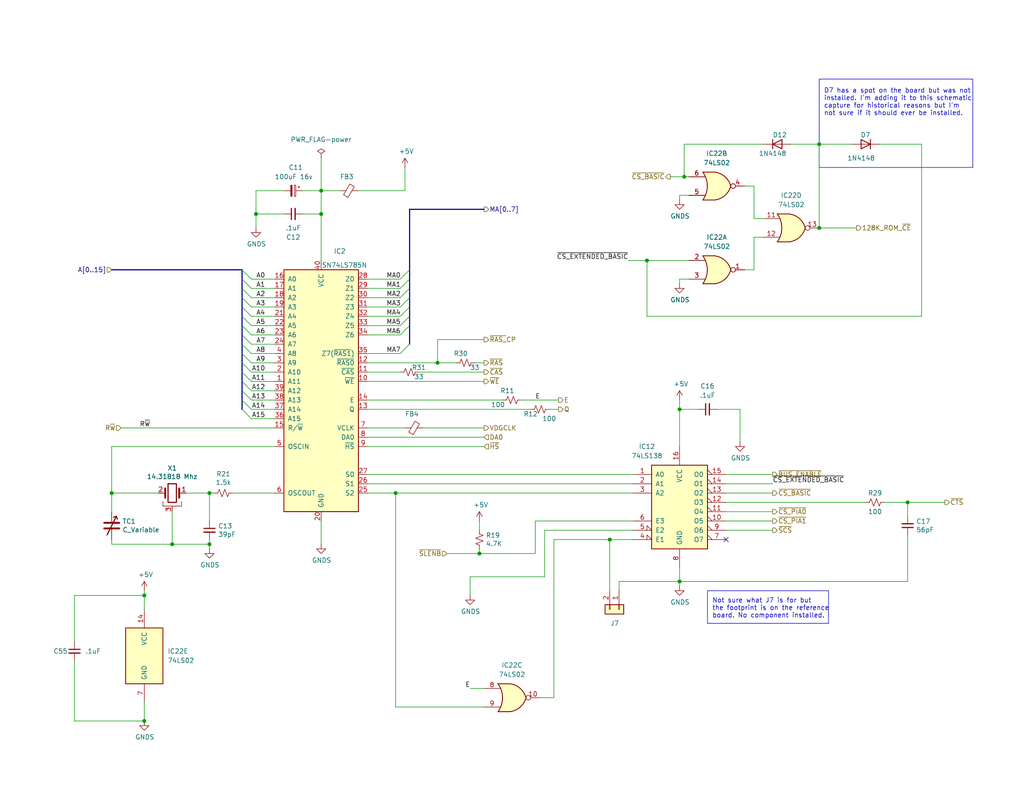
<source format=kicad_sch>
(kicad_sch (version 20230121) (generator eeschema)
  (paper "A")
  (title_block (title "TRS-80 Color Computer 2 (26-3134B & 26-3136B)") (date "2022-10-07") (rev "1.0.0") (company "Tandy Corporation") (comment 1 "Board # 20261058") (comment 3 "Reference board donated by MrDave6309") (comment 4 "Kicad schematic capture by Rocky Hill"))
  (lib_symbols
    (symbol "74xx:74LS02" (pin_names (offset 1.016))
      (property "Reference" "U" (at 0 1.27 0))
      (property "Value" "74LS02" (at 0 -1.27 0))
      (symbol "74LS02_1_1"
        (arc (start -3.81 -3.81) (mid -2.589 0) (end -3.81 3.81) (stroke (width 0.254)))
        (arc (start -0.6096 -3.81) (mid 2.1842 -2.5851) (end 3.81 0) (stroke (width 0.254)) (fill (type background)))
        (polyline (pts (xy -3.81 -3.81) (xy -0.635 -3.81)) (stroke (width 0.254)) (fill (type background)))
        (polyline (pts (xy -3.81 3.81) (xy -0.635 3.81)) (stroke (width 0.254)) (fill (type background)))
        (polyline (pts (xy -0.635 3.81) (xy -3.81 3.81) (xy -3.81 3.81) (xy -3.556 3.4036) (xy -3.0226 2.2606) (xy -2.6924 1.0414) (xy -2.6162 -0.254) (xy -2.7686 -1.4986) (xy -3.175 -2.7178) (xy -3.81 -3.81) (xy -3.81 -3.81) (xy -0.635 -3.81)) (stroke (width -25.4)) (fill (type background)))
        (arc (start 3.81 0) (mid 2.1915 2.5936) (end -0.6096 3.81) (stroke (width 0.254)) (fill (type background)))
        (pin output inverted (at 7.62 0 180) (length 3.81) (name "~") (number "1"))
        (pin input line (at -7.62 2.54 0) (length 4.318) (name "~") (number "2"))
        (pin input line (at -7.62 -2.54 0) (length 4.318) (name "~") (number "3"))
      )
      (symbol "74LS02_1_2"
        (arc (start 0 -3.81) (mid 3.7934 0) (end 0 3.81) (stroke (width 0.254)) (fill (type background)))
        (polyline (pts (xy 0 3.81) (xy -3.81 3.81) (xy -3.81 -3.81) (xy 0 -3.81)) (stroke (width 0.254)) (fill (type background)))
        (pin output line (at 7.62 0 180) (length 3.81) (name "~") (number "1"))
        (pin input inverted (at -7.62 2.54 0) (length 3.81) (name "~") (number "2"))
        (pin input inverted (at -7.62 -2.54 0) (length 3.81) (name "~") (number "3"))
      )
      (symbol "74LS02_2_1"
        (arc (start -3.81 -3.81) (mid -2.589 0) (end -3.81 3.81) (stroke (width 0.254)))
        (arc (start -0.6096 -3.81) (mid 2.1842 -2.5851) (end 3.81 0) (stroke (width 0.254)) (fill (type background)))
        (polyline (pts (xy -3.81 -3.81) (xy -0.635 -3.81)) (stroke (width 0.254)) (fill (type background)))
        (polyline (pts (xy -3.81 3.81) (xy -0.635 3.81)) (stroke (width 0.254)) (fill (type background)))
        (polyline (pts (xy -0.635 3.81) (xy -3.81 3.81) (xy -3.81 3.81) (xy -3.556 3.4036) (xy -3.0226 2.2606) (xy -2.6924 1.0414) (xy -2.6162 -0.254) (xy -2.7686 -1.4986) (xy -3.175 -2.7178) (xy -3.81 -3.81) (xy -3.81 -3.81) (xy -0.635 -3.81)) (stroke (width -25.4)) (fill (type background)))
        (arc (start 3.81 0) (mid 2.1915 2.5936) (end -0.6096 3.81) (stroke (width 0.254)) (fill (type background)))
        (pin output inverted (at 7.62 0 180) (length 3.81) (name "~") (number "4"))
        (pin input line (at -7.62 2.54 0) (length 4.318) (name "~") (number "5"))
        (pin input line (at -7.62 -2.54 0) (length 4.318) (name "~") (number "6"))
      )
      (symbol "74LS02_2_2"
        (arc (start 0 -3.81) (mid 3.7934 0) (end 0 3.81) (stroke (width 0.254)) (fill (type background)))
        (polyline (pts (xy 0 3.81) (xy -3.81 3.81) (xy -3.81 -3.81) (xy 0 -3.81)) (stroke (width 0.254)) (fill (type background)))
        (pin output line (at 7.62 0 180) (length 3.81) (name "~") (number "4"))
        (pin input inverted (at -7.62 2.54 0) (length 3.81) (name "~") (number "5"))
        (pin input inverted (at -7.62 -2.54 0) (length 3.81) (name "~") (number "6"))
      )
      (symbol "74LS02_3_1"
        (arc (start -3.81 -3.81) (mid -2.589 0) (end -3.81 3.81) (stroke (width 0.254)))
        (arc (start -0.6096 -3.81) (mid 2.1842 -2.5851) (end 3.81 0) (stroke (width 0.254)) (fill (type background)))
        (polyline (pts (xy -3.81 -3.81) (xy -0.635 -3.81)) (stroke (width 0.254)) (fill (type background)))
        (polyline (pts (xy -3.81 3.81) (xy -0.635 3.81)) (stroke (width 0.254)) (fill (type background)))
        (polyline (pts (xy -0.635 3.81) (xy -3.81 3.81) (xy -3.81 3.81) (xy -3.556 3.4036) (xy -3.0226 2.2606) (xy -2.6924 1.0414) (xy -2.6162 -0.254) (xy -2.7686 -1.4986) (xy -3.175 -2.7178) (xy -3.81 -3.81) (xy -3.81 -3.81) (xy -0.635 -3.81)) (stroke (width -25.4)) (fill (type background)))
        (arc (start 3.81 0) (mid 2.1915 2.5936) (end -0.6096 3.81) (stroke (width 0.254)) (fill (type background)))
        (pin output inverted (at 7.62 0 180) (length 3.81) (name "~") (number "10"))
        (pin input line (at -7.62 2.54 0) (length 4.318) (name "~") (number "8"))
        (pin input line (at -7.62 -2.54 0) (length 4.318) (name "~") (number "9"))
      )
      (symbol "74LS02_3_2"
        (arc (start 0 -3.81) (mid 3.7934 0) (end 0 3.81) (stroke (width 0.254)) (fill (type background)))
        (polyline (pts (xy 0 3.81) (xy -3.81 3.81) (xy -3.81 -3.81) (xy 0 -3.81)) (stroke (width 0.254)) (fill (type background)))
        (pin output line (at 7.62 0 180) (length 3.81) (name "~") (number "10"))
        (pin input inverted (at -7.62 2.54 0) (length 3.81) (name "~") (number "8"))
        (pin input inverted (at -7.62 -2.54 0) (length 3.81) (name "~") (number "9"))
      )
      (symbol "74LS02_4_1"
        (arc (start -3.81 -3.81) (mid -2.589 0) (end -3.81 3.81) (stroke (width 0.254)))
        (arc (start -0.6096 -3.81) (mid 2.1842 -2.5851) (end 3.81 0) (stroke (width 0.254)) (fill (type background)))
        (polyline (pts (xy -3.81 -3.81) (xy -0.635 -3.81)) (stroke (width 0.254)) (fill (type background)))
        (polyline (pts (xy -3.81 3.81) (xy -0.635 3.81)) (stroke (width 0.254)) (fill (type background)))
        (polyline (pts (xy -0.635 3.81) (xy -3.81 3.81) (xy -3.81 3.81) (xy -3.556 3.4036) (xy -3.0226 2.2606) (xy -2.6924 1.0414) (xy -2.6162 -0.254) (xy -2.7686 -1.4986) (xy -3.175 -2.7178) (xy -3.81 -3.81) (xy -3.81 -3.81) (xy -0.635 -3.81)) (stroke (width -25.4)) (fill (type background)))
        (arc (start 3.81 0) (mid 2.1915 2.5936) (end -0.6096 3.81) (stroke (width 0.254)) (fill (type background)))
        (pin input line (at -7.62 2.54 0) (length 4.318) (name "~") (number "11"))
        (pin input line (at -7.62 -2.54 0) (length 4.318) (name "~") (number "12"))
        (pin output inverted (at 7.62 0 180) (length 3.81) (name "~") (number "13"))
      )
      (symbol "74LS02_4_2"
        (arc (start 0 -3.81) (mid 3.7934 0) (end 0 3.81) (stroke (width 0.254)) (fill (type background)))
        (polyline (pts (xy 0 3.81) (xy -3.81 3.81) (xy -3.81 -3.81) (xy 0 -3.81)) (stroke (width 0.254)) (fill (type background)))
        (pin input inverted (at -7.62 2.54 0) (length 3.81) (name "~") (number "11"))
        (pin input inverted (at -7.62 -2.54 0) (length 3.81) (name "~") (number "12"))
        (pin output line (at 7.62 0 180) (length 3.81) (name "~") (number "13"))
      )
      (symbol "74LS02_5_0"
        (pin power_in line (at 0 12.7 270) (length 5.08) (name "VCC") (number "14"))
        (pin power_in line (at 0 -12.7 90) (length 5.08) (name "GND") (number "7"))
      )
      (symbol "74LS02_5_1"
        (rectangle (start -5.08 7.62) (end 5.08 -7.62) (stroke (width 0.254)) (fill (type background)))
      )
    )
    (symbol "Connector_Generic:Conn_01x02" (pin_names (offset 1.016) hide)
      (property "Reference" "J" (at 0 2.54 0))
      (property "Value" "Conn_01x02" (at 0 -5.08 0))
      (symbol "Conn_01x02_1_1"
        (rectangle (start -1.27 -2.413) (end 0 -2.667) (stroke (width 0.1524)))
        (rectangle (start -1.27 0.127) (end 0 -0.127) (stroke (width 0.1524)))
        (rectangle (start -1.27 1.27) (end 1.27 -3.81) (stroke (width 0.254)) (fill (type background)))
        (pin passive line (at -5.08 0 0) (length 3.81) (name "Pin_1") (number "1"))
        (pin passive line (at -5.08 -2.54 0) (length 3.81) (name "Pin_2") (number "2"))
      )
    )
    (symbol "Memory_Controller_Motorola:MC6883" (pin_names (offset 1.016))
      (property "Reference" "U" (at -7.62 34.544 0))
      (property "Value" "MC6883" (at 10.16 34.544 0))
      (symbol "MC6883_0_1"
        (rectangle (start -10.16 -33.02) (end 10.16 33.02) (stroke (width 0.254)) (fill (type background)))
      )
      (symbol "MC6883_1_1"
        (pin input line (at -12.7 2.54 0) (length 2.54) (name "A11") (number "1"))
        (pin output line (at 12.7 2.54 180) (length 2.54) (name "~{WE}") (number "10"))
        (pin output line (at 12.7 5.08 180) (length 2.54) (name "~{CAS}") (number "11"))
        (pin output line (at 12.7 7.62 180) (length 2.54) (name "~{RAS0}") (number "12"))
        (pin output line (at 12.7 -5.08 180) (length 2.54) (name "Q") (number "13"))
        (pin output line (at 12.7 -2.54 180) (length 2.54) (name "E") (number "14"))
        (pin input line (at -12.7 -10.16 0) (length 2.54) (name "R/~{W}") (number "15"))
        (pin input line (at -12.7 30.48 0) (length 2.54) (name "A0") (number "16"))
        (pin input line (at -12.7 27.94 0) (length 2.54) (name "A1") (number "17"))
        (pin input line (at -12.7 25.4 0) (length 2.54) (name "A2") (number "18"))
        (pin input line (at -12.7 22.86 0) (length 2.54) (name "A3") (number "19"))
        (pin input line (at -12.7 5.08 0) (length 2.54) (name "A10") (number "2"))
        (pin power_in line (at 0 -35.56 90) (length 2.54) (name "GND") (number "20"))
        (pin input line (at -12.7 20.32 0) (length 2.54) (name "A4") (number "21"))
        (pin input line (at -12.7 17.78 0) (length 2.54) (name "A5") (number "22"))
        (pin input line (at -12.7 15.24 0) (length 2.54) (name "A6") (number "23"))
        (pin input line (at -12.7 12.7 0) (length 2.54) (name "A7") (number "24"))
        (pin output line (at 12.7 -27.94 180) (length 2.54) (name "S2") (number "25"))
        (pin output line (at 12.7 -25.4 180) (length 2.54) (name "S1") (number "26"))
        (pin output line (at 12.7 -22.86 180) (length 2.54) (name "S0") (number "27"))
        (pin output line (at 12.7 30.48 180) (length 2.54) (name "Z0") (number "28"))
        (pin output line (at 12.7 27.94 180) (length 2.54) (name "Z1") (number "29"))
        (pin input line (at -12.7 7.62 0) (length 2.54) (name "A9") (number "3"))
        (pin output line (at 12.7 25.4 180) (length 2.54) (name "Z2") (number "30"))
        (pin output line (at 12.7 22.86 180) (length 2.54) (name "Z3") (number "31"))
        (pin output line (at 12.7 20.32 180) (length 2.54) (name "Z4") (number "32"))
        (pin output line (at 12.7 17.78 180) (length 2.54) (name "Z5") (number "33"))
        (pin output line (at 12.7 15.24 180) (length 2.54) (name "Z6") (number "34"))
        (pin output line (at 12.7 10.16 180) (length 2.54) (name "Z7(~{RAS1})") (number "35"))
        (pin input line (at -12.7 -7.62 0) (length 2.54) (name "A15") (number "36"))
        (pin input line (at -12.7 -5.08 0) (length 2.54) (name "A14") (number "37"))
        (pin input line (at -12.7 -2.54 0) (length 2.54) (name "A13") (number "38"))
        (pin input line (at -12.7 0 0) (length 2.54) (name "A12") (number "39"))
        (pin input line (at -12.7 10.16 0) (length 2.54) (name "A8") (number "4"))
        (pin power_in line (at 0 35.56 270) (length 2.54) (name "VCC") (number "40"))
        (pin input line (at -12.7 -15.24 0) (length 2.54) (name "OSCIN") (number "5"))
        (pin output line (at -12.7 -27.94 0) (length 2.54) (name "OSCOUT") (number "6"))
        (pin input line (at 12.7 -10.16 180) (length 2.54) (name "VCLK") (number "7"))
        (pin input line (at 12.7 -12.7 180) (length 2.54) (name "DA0") (number "8"))
        (pin input line (at 12.7 -15.24 180) (length 2.54) (name "~{HS}") (number "9"))
      )
    )
    (symbol "coco2-rescue:+5V-power" (power) (pin_names (offset 0))
      (property "Value" "+5V-power" (at 0 3.556 0))
      (symbol "+5V-power_0_1"
        (polyline (pts (xy -0.762 1.27) (xy 0 2.54)))
        (polyline (pts (xy 0 0) (xy 0 2.54)))
        (polyline (pts (xy 0 2.54) (xy 0.762 1.27)))
      )
      (symbol "+5V-power_1_1"
        (pin power_in line (at 0 0 90) (length 0) hide (name "+5V") (number "1"))
      )
    )
    (symbol "coco2-rescue:1N4148-Diode" (pin_numbers hide) (pin_names (offset 1.016) hide)
      (property "Reference" "D" (at 0 2.54 0))
      (property "Value" "1N4148-Diode" (at 0 -2.54 0))
      (symbol "1N4148-Diode_0_1"
        (polyline (pts (xy -1.27 1.27) (xy -1.27 -1.27)) (stroke (width 0.254)))
        (polyline (pts (xy 1.27 0) (xy -1.27 0)))
        (polyline (pts (xy 1.27 1.27) (xy 1.27 -1.27) (xy -1.27 0) (xy 1.27 1.27)) (stroke (width 0.254)))
      )
      (symbol "1N4148-Diode_1_1"
        (pin passive line (at -3.81 0 0) (length 2.54) (name "K") (number "1"))
        (pin passive line (at 3.81 0 180) (length 2.54) (name "A") (number "2"))
      )
    )
    (symbol "coco2-rescue:74LS138-74xx" (pin_names (offset 1.016))
      (property "Reference" "U" (at -7.62 11.43 0))
      (property "Value" "74LS138-74xx" (at -7.62 -13.97 0))
      (symbol "74LS138-74xx_1_0"
        (pin input line (at -12.7 7.62 0) (length 5.08) (name "A0") (number "1"))
        (pin output output_low (at 12.7 -5.08 180) (length 5.08) (name "O5") (number "10"))
        (pin output output_low (at 12.7 -2.54 180) (length 5.08) (name "O4") (number "11"))
        (pin output output_low (at 12.7 0 180) (length 5.08) (name "O3") (number "12"))
        (pin output output_low (at 12.7 2.54 180) (length 5.08) (name "O2") (number "13"))
        (pin output output_low (at 12.7 5.08 180) (length 5.08) (name "O1") (number "14"))
        (pin output output_low (at 12.7 7.62 180) (length 5.08) (name "O0") (number "15"))
        (pin power_in line (at 0 15.24 270) (length 5.08) (name "VCC") (number "16"))
        (pin input line (at -12.7 5.08 0) (length 5.08) (name "A1") (number "2"))
        (pin input line (at -12.7 2.54 0) (length 5.08) (name "A2") (number "3"))
        (pin input input_low (at -12.7 -10.16 0) (length 5.08) (name "E1") (number "4"))
        (pin input input_low (at -12.7 -7.62 0) (length 5.08) (name "E2") (number "5"))
        (pin input line (at -12.7 -5.08 0) (length 5.08) (name "E3") (number "6"))
        (pin output output_low (at 12.7 -10.16 180) (length 5.08) (name "O7") (number "7"))
        (pin power_in line (at 0 -17.78 90) (length 5.08) (name "GND") (number "8"))
        (pin output output_low (at 12.7 -7.62 180) (length 5.08) (name "O6") (number "9"))
      )
      (symbol "74LS138-74xx_1_1"
        (rectangle (start -7.62 10.16) (end 7.62 -12.7) (stroke (width 0.254)) (fill (type background)))
      )
    )
    (symbol "coco2-rescue:CP_Small-Device" (pin_numbers hide) (pin_names (offset 0.254) hide)
      (property "Reference" "C" (at 0.254 1.778 0))
      (property "Value" "CP_Small-Device" (at 0.254 -2.032 0))
      (symbol "CP_Small-Device_0_1"
        (rectangle (start -1.524 -0.3048) (end 1.524 -0.6858) (fill (type outline)))
        (rectangle (start -1.524 0.6858) (end 1.524 0.3048))
        (polyline (pts (xy -1.27 1.524) (xy -0.762 1.524)))
        (polyline (pts (xy -1.016 1.27) (xy -1.016 1.778)))
      )
      (symbol "CP_Small-Device_1_1"
        (pin passive line (at 0 2.54 270) (length 1.8542) (name "~") (number "1"))
        (pin passive line (at 0 -2.54 90) (length 1.8542) (name "~") (number "2"))
      )
    )
    (symbol "coco2-rescue:C_Small-Device" (pin_numbers hide) (pin_names (offset 0.254) hide)
      (property "Reference" "C" (at 0.254 1.778 0))
      (property "Value" "C_Small-Device" (at 0.254 -2.032 0))
      (symbol "C_Small-Device_0_1"
        (polyline (pts (xy -1.524 -0.508) (xy 1.524 -0.508)) (stroke (width 0.3302)))
        (polyline (pts (xy -1.524 0.508) (xy 1.524 0.508)) (stroke (width 0.3048)))
      )
      (symbol "C_Small-Device_1_1"
        (pin passive line (at 0 2.54 270) (length 2.032) (name "~") (number "1"))
        (pin passive line (at 0 -2.54 90) (length 2.032) (name "~") (number "2"))
      )
    )
    (symbol "coco2-rescue:C_Variable-Device" (pin_numbers hide) (pin_names (offset 0.254) hide)
      (property "Reference" "C" (at 0.635 -1.905 0))
      (property "Value" "C_Variable-Device" (at 0.635 -3.81 0))
      (symbol "C_Variable-Device_0_1"
        (polyline (pts (xy -2.032 -0.762) (xy 2.032 -0.762)) (stroke (width 0.508)))
        (polyline (pts (xy -2.032 0.762) (xy 2.032 0.762)) (stroke (width 0.508)))
        (polyline (pts (xy 1.27 2.54) (xy -1.27 -2.54)) (stroke (width 0.3048)))
        (polyline (pts (xy 1.27 2.54) (xy 0.508 2.286)) (stroke (width 0.3048)))
        (polyline (pts (xy 1.27 2.54) (xy 1.524 1.778)) (stroke (width 0.3048)))
      )
      (symbol "C_Variable-Device_1_1"
        (pin passive line (at 0 3.81 270) (length 3.048) (name "~") (number "1"))
        (pin passive line (at 0 -3.81 90) (length 3.048) (name "~") (number "2"))
      )
    )
    (symbol "coco2-rescue:Crystal_GND3-Device" (pin_names (offset 1.016) hide)
      (property "Reference" "Y" (at 0 5.715 0))
      (property "Value" "Crystal_GND3-Device" (at 0 3.81 0))
      (symbol "Crystal_GND3-Device_0_1"
        (rectangle (start -1.143 2.54) (end 1.143 -2.54) (stroke (width 0.3048)))
        (polyline (pts (xy -2.54 0) (xy -1.905 0)))
        (polyline (pts (xy -1.905 -1.27) (xy -1.905 1.27)) (stroke (width 0.508)))
        (polyline (pts (xy 0 -3.81) (xy 0 -3.556)))
        (polyline (pts (xy 1.905 0) (xy 2.54 0)))
        (polyline (pts (xy 1.905 1.27) (xy 1.905 -1.27)) (stroke (width 0.508)))
        (polyline (pts (xy -2.54 -2.286) (xy -2.54 -3.556) (xy 2.54 -3.556) (xy 2.54 -2.286)))
      )
      (symbol "Crystal_GND3-Device_1_1"
        (pin passive line (at -3.81 0 0) (length 1.27) (name "1") (number "1"))
        (pin passive line (at 3.81 0 180) (length 1.27) (name "2") (number "2"))
        (pin passive line (at 0 -5.08 90) (length 1.27) (name "3") (number "3"))
      )
    )
    (symbol "coco2-rescue:Ferrite_Bead_Small-Device" (pin_numbers hide) (pin_names (offset 0))
      (property "Reference" "FB" (at 1.905 1.27 0))
      (property "Value" "Ferrite_Bead_Small-Device" (at 1.905 -1.27 0))
      (symbol "Ferrite_Bead_Small-Device_0_1"
        (polyline (pts (xy 0 -1.27) (xy 0 -0.7874)))
        (polyline (pts (xy 0 0.889) (xy 0 1.2954)))
        (polyline (pts (xy -1.8288 0.2794) (xy -1.1176 1.4986) (xy 1.8288 -0.2032) (xy 1.1176 -1.4224) (xy -1.8288 0.2794)))
      )
      (symbol "Ferrite_Bead_Small-Device_1_1"
        (pin passive line (at 0 2.54 270) (length 1.27) (name "~") (number "1"))
        (pin passive line (at 0 -2.54 90) (length 1.27) (name "~") (number "2"))
      )
    )
    (symbol "coco2-rescue:GNDS-power" (power) (pin_names (offset 0))
      (property "Value" "GNDS-power" (at 0 -3.81 0))
      (symbol "GNDS-power_0_1"
        (polyline (pts (xy 0 0) (xy 0 -1.27) (xy 1.27 -1.27) (xy 0 -2.54) (xy -1.27 -1.27) (xy 0 -1.27)))
      )
      (symbol "GNDS-power_1_1"
        (pin power_in line (at 0 0 270) (length 0) hide (name "GNDS") (number "1"))
      )
    )
    (symbol "coco2-rescue:PWR_FLAG-power" (power) (pin_numbers hide) (pin_names (offset 0) hide)
      (property "Value" "PWR_FLAG-power" (at 0 3.81 0))
      (symbol "PWR_FLAG-power_0_0"
        (pin power_out line (at 0 0 90) (length 0) (name "pwr") (number "1"))
      )
      (symbol "PWR_FLAG-power_0_1"
        (polyline (pts (xy 0 0) (xy 0 1.27) (xy -1.016 1.905) (xy 0 2.54) (xy 1.016 1.905) (xy 0 1.27)))
      )
    )
    (symbol "coco2-rescue:R_Small_US-Device" (pin_numbers hide) (pin_names (offset 0.254) hide)
      (property "Reference" "R" (at 0.762 0.508 0))
      (property "Value" "R_Small_US-Device" (at 0.762 -1.016 0))
      (symbol "R_Small_US-Device_1_1"
        (polyline (pts (xy 0 0) (xy 1.016 -0.381) (xy 0 -0.762) (xy -1.016 -1.143) (xy 0 -1.524)))
        (polyline (pts (xy 0 1.524) (xy 1.016 1.143) (xy 0 0.762) (xy -1.016 0.381) (xy 0 0)))
        (pin passive line (at 0 2.54 270) (length 1.016) (name "~") (number "1"))
        (pin passive line (at 0 -2.54 90) (length 1.016) (name "~") (number "2"))
      )
    )
  )
  (junction (at 223.52 62.23))
  (junction (at 57.15 134.62))
  (junction (at 39.37 162.56))
  (junction (at 57.15 148.59))
  (junction (at 185.42 111.76))
  (junction (at 185.42 158.75))
  (junction (at 186.69 48.26))
  (junction (at 87.63 52.07))
  (junction (at 87.63 58.42))
  (junction (at 46.99 148.59))
  (junction (at 39.37 196.85))
  (junction (at 223.52 39.37))
  (junction (at 247.65 137.16))
  (junction (at 176.53 71.12))
  (junction (at 130.81 151.13))
  (junction (at 119.38 99.06))
  (junction (at 107.95 134.62))
  (junction (at 30.48 134.62))
  (junction (at 166.37 147.32))
  (junction (at 69.85 58.42))
  (no_connect (at 198.12 147.32))
  (bus_entry (at 68.58 78.74) (size -2.54 -2.54))
  (bus_entry (at 66.04 93.98) (size 2.54 2.54))
  (bus_entry (at 109.22 83.82) (size 2.54 -2.54))
  (bus_entry (at 109.22 78.74) (size 2.54 -2.54))
  (bus_entry (at 66.04 73.66) (size 2.54 2.54))
  (bus_entry (at 109.22 91.44) (size 2.54 -2.54))
  (bus_entry (at 66.04 91.44) (size 2.54 2.54))
  (bus_entry (at 66.04 96.52) (size 2.54 2.54))
  (bus_entry (at 66.04 101.6) (size 2.54 2.54))
  (bus_entry (at 66.04 81.28) (size 2.54 2.54))
  (bus_entry (at 66.04 109.22) (size 2.54 2.54))
  (bus_entry (at 66.04 86.36) (size 2.54 2.54))
  (bus_entry (at 66.04 78.74) (size 2.54 2.54))
  (bus_entry (at 66.04 99.06) (size 2.54 2.54))
  (bus_entry (at 109.22 76.2) (size 2.54 -2.54))
  (bus_entry (at 109.22 88.9) (size 2.54 -2.54))
  (bus_entry (at 66.04 111.76) (size 2.54 2.54))
  (bus_entry (at 66.04 88.9) (size 2.54 2.54))
  (bus_entry (at 66.04 106.68) (size 2.54 2.54))
  (bus_entry (at 109.22 86.36) (size 2.54 -2.54))
  (bus_entry (at 66.04 83.82) (size 2.54 2.54))
  (bus_entry (at 109.22 81.28) (size 2.54 -2.54))
  (bus_entry (at 66.04 104.14) (size 2.54 2.54))
  (bus_entry (at 109.22 96.52) (size 2.54 -2.54))
  (wire (pts (xy 190.5 111.76) (xy 185.42 111.76)))
  (wire (pts (xy 68.58 93.98) (xy 74.93 93.98)))
  (wire (pts (xy 30.48 134.62) (xy 43.18 134.62)))
  (wire (pts (xy 168.91 161.29) (xy 168.91 158.75)))
  (wire (pts (xy 50.8 134.62) (xy 57.15 134.62)))
  (bus (pts (xy 66.04 101.6) (xy 66.04 104.14)))
  (wire (pts (xy 68.58 109.22) (xy 74.93 109.22)))
  (wire (pts (xy 110.49 52.07) (xy 110.49 45.72)))
  (wire (pts (xy 68.58 99.06) (xy 74.93 99.06)))
  (bus (pts (xy 66.04 86.36) (xy 66.04 88.9)))
  (wire (pts (xy 74.93 121.92) (xy 30.48 121.92)))
  (bus (pts (xy 66.04 73.66) (xy 66.04 76.2)))
  (wire (pts (xy 166.37 147.32) (xy 172.72 147.32)))
  (bus (pts (xy 111.76 57.15) (xy 111.76 73.66)))
  (wire (pts (xy 215.9 39.37) (xy 223.52 39.37)))
  (wire (pts (xy 185.42 158.75) (xy 185.42 160.02)))
  (polyline (pts (xy 193.04 170.18) (xy 193.04 161.29)))
  (wire (pts (xy 247.65 137.16) (xy 257.81 137.16)))
  (wire (pts (xy 20.32 180.34) (xy 20.32 196.85)))
  (wire (pts (xy 57.15 142.24) (xy 57.15 134.62)))
  (wire (pts (xy 74.93 111.76) (xy 68.58 111.76)))
  (wire (pts (xy 198.12 129.54) (xy 210.82 129.54)))
  (wire (pts (xy 205.74 73.66) (xy 205.74 64.77)))
  (wire (pts (xy 232.41 39.37) (xy 223.52 39.37)))
  (bus (pts (xy 111.76 76.2) (xy 111.76 78.74)))
  (wire (pts (xy 119.38 92.71) (xy 119.38 99.06)))
  (wire (pts (xy 203.2 73.66) (xy 205.74 73.66)))
  (polyline (pts (xy 223.52 21.59) (xy 265.43 21.59)))
  (wire (pts (xy 128.27 157.48) (xy 128.27 162.56)))
  (wire (pts (xy 74.93 101.6) (xy 68.58 101.6)))
  (wire (pts (xy 137.16 109.22) (xy 100.33 109.22)))
  (wire (pts (xy 132.08 121.92) (xy 100.33 121.92)))
  (wire (pts (xy 46.99 148.59) (xy 57.15 148.59)))
  (wire (pts (xy 223.52 39.37) (xy 223.52 62.23)))
  (wire (pts (xy 92.71 52.07) (xy 87.63 52.07)))
  (wire (pts (xy 130.81 149.86) (xy 130.81 151.13)))
  (wire (pts (xy 205.74 59.69) (xy 208.28 59.69)))
  (wire (pts (xy 148.59 144.78) (xy 148.59 157.48)))
  (wire (pts (xy 223.52 62.23) (xy 233.68 62.23)))
  (bus (pts (xy 66.04 83.82) (xy 66.04 86.36)))
  (wire (pts (xy 74.93 106.68) (xy 68.58 106.68)))
  (wire (pts (xy 146.05 142.24) (xy 146.05 151.13)))
  (wire (pts (xy 68.58 104.14) (xy 74.93 104.14)))
  (wire (pts (xy 74.93 116.84) (xy 33.02 116.84)))
  (wire (pts (xy 198.12 134.62) (xy 210.82 134.62)))
  (wire (pts (xy 201.93 111.76) (xy 201.93 120.65)))
  (wire (pts (xy 39.37 161.29) (xy 39.37 162.56)))
  (bus (pts (xy 66.04 106.68) (xy 66.04 109.22)))
  (polyline (pts (xy 194.31 161.29) (xy 226.06 161.29)))
  (wire (pts (xy 57.15 147.32) (xy 57.15 148.59)))
  (wire (pts (xy 46.99 148.59) (xy 30.48 148.59)))
  (bus (pts (xy 66.04 76.2) (xy 66.04 78.74)))
  (wire (pts (xy 198.12 139.7) (xy 210.82 139.7)))
  (wire (pts (xy 39.37 162.56) (xy 39.37 166.37)))
  (wire (pts (xy 20.32 196.85) (xy 39.37 196.85)))
  (bus (pts (xy 111.76 81.28) (xy 111.76 83.82)))
  (wire (pts (xy 176.53 86.36) (xy 176.53 71.12)))
  (wire (pts (xy 87.63 52.07) (xy 87.63 58.42)))
  (wire (pts (xy 198.12 144.78) (xy 210.82 144.78)))
  (wire (pts (xy 176.53 71.12) (xy 187.96 71.12)))
  (wire (pts (xy 87.63 58.42) (xy 82.55 58.42)))
  (bus (pts (xy 111.76 78.74) (xy 111.76 81.28)))
  (wire (pts (xy 186.69 39.37) (xy 208.28 39.37)))
  (wire (pts (xy 251.46 39.37) (xy 251.46 86.36)))
  (wire (pts (xy 87.63 142.24) (xy 87.63 148.59)))
  (wire (pts (xy 68.58 83.82) (xy 74.93 83.82)))
  (wire (pts (xy 87.63 71.12) (xy 87.63 58.42)))
  (wire (pts (xy 187.96 53.34) (xy 185.42 53.34)))
  (wire (pts (xy 114.3 101.6) (xy 132.08 101.6)))
  (wire (pts (xy 185.42 111.76) (xy 185.42 109.22)))
  (wire (pts (xy 147.32 190.5) (xy 151.13 190.5)))
  (bus (pts (xy 66.04 104.14) (xy 66.04 106.68)))
  (wire (pts (xy 97.79 52.07) (xy 110.49 52.07)))
  (wire (pts (xy 46.99 139.7) (xy 46.99 148.59)))
  (wire (pts (xy 109.22 101.6) (xy 100.33 101.6)))
  (polyline (pts (xy 265.43 21.59) (xy 265.43 45.72)))
  (wire (pts (xy 77.47 58.42) (xy 69.85 58.42)))
  (bus (pts (xy 111.76 57.15) (xy 132.08 57.15)))
  (wire (pts (xy 57.15 148.59) (xy 57.15 149.86)))
  (bus (pts (xy 66.04 109.22) (xy 66.04 111.76)))
  (wire (pts (xy 128.27 187.96) (xy 132.08 187.96)))
  (bus (pts (xy 66.04 81.28) (xy 66.04 83.82)))
  (wire (pts (xy 74.93 81.28) (xy 68.58 81.28)))
  (wire (pts (xy 100.33 111.76) (xy 144.78 111.76)))
  (wire (pts (xy 166.37 147.32) (xy 166.37 161.29)))
  (wire (pts (xy 107.95 134.62) (xy 172.72 134.62)))
  (polyline (pts (xy 226.06 161.29) (xy 226.06 170.18)))
  (wire (pts (xy 100.33 129.54) (xy 172.72 129.54)))
  (wire (pts (xy 68.58 114.3) (xy 74.93 114.3)))
  (wire (pts (xy 247.65 140.97) (xy 247.65 137.16)))
  (wire (pts (xy 185.42 111.76) (xy 185.42 121.92)))
  (wire (pts (xy 124.46 99.06) (xy 119.38 99.06)))
  (wire (pts (xy 247.65 158.75) (xy 185.42 158.75)))
  (wire (pts (xy 100.33 132.08) (xy 172.72 132.08)))
  (wire (pts (xy 69.85 52.07) (xy 69.85 58.42)))
  (wire (pts (xy 151.13 147.32) (xy 166.37 147.32)))
  (wire (pts (xy 39.37 191.77) (xy 39.37 196.85)))
  (bus (pts (xy 66.04 99.06) (xy 66.04 101.6)))
  (wire (pts (xy 30.48 121.92) (xy 30.48 134.62)))
  (wire (pts (xy 132.08 99.06) (xy 129.54 99.06)))
  (wire (pts (xy 185.42 154.94) (xy 185.42 158.75)))
  (wire (pts (xy 87.63 43.18) (xy 87.63 52.07)))
  (polyline (pts (xy 265.43 45.72) (xy 223.52 45.72)))
  (wire (pts (xy 185.42 76.2) (xy 185.42 77.47)))
  (wire (pts (xy 107.95 193.04) (xy 107.95 134.62)))
  (wire (pts (xy 20.32 175.26) (xy 20.32 162.56)))
  (wire (pts (xy 100.33 81.28) (xy 109.22 81.28)))
  (wire (pts (xy 210.82 142.24) (xy 198.12 142.24)))
  (wire (pts (xy 132.08 92.71) (xy 119.38 92.71)))
  (wire (pts (xy 82.55 52.07) (xy 87.63 52.07)))
  (wire (pts (xy 74.93 76.2) (xy 68.58 76.2)))
  (bus (pts (xy 66.04 73.66) (xy 30.48 73.66)))
  (wire (pts (xy 198.12 132.08) (xy 210.82 132.08)))
  (wire (pts (xy 100.33 86.36) (xy 109.22 86.36)))
  (wire (pts (xy 74.93 134.62) (xy 63.5 134.62)))
  (polyline (pts (xy 226.06 170.18) (xy 193.04 170.18)))
  (wire (pts (xy 119.38 99.06) (xy 100.33 99.06)))
  (wire (pts (xy 68.58 78.74) (xy 74.93 78.74)))
  (bus (pts (xy 111.76 73.66) (xy 111.76 76.2)))
  (wire (pts (xy 240.03 39.37) (xy 251.46 39.37)))
  (wire (pts (xy 148.59 144.78) (xy 172.72 144.78)))
  (bus (pts (xy 111.76 88.9) (xy 111.76 93.98)))
  (wire (pts (xy 74.93 91.44) (xy 68.58 91.44)))
  (wire (pts (xy 100.33 116.84) (xy 110.49 116.84)))
  (wire (pts (xy 100.33 96.52) (xy 109.22 96.52)))
  (wire (pts (xy 247.65 137.16) (xy 241.3 137.16)))
  (wire (pts (xy 100.33 104.14) (xy 132.08 104.14)))
  (wire (pts (xy 132.08 193.04) (xy 107.95 193.04)))
  (wire (pts (xy 100.33 134.62) (xy 107.95 134.62)))
  (wire (pts (xy 57.15 134.62) (xy 58.42 134.62)))
  (wire (pts (xy 251.46 86.36) (xy 176.53 86.36)))
  (wire (pts (xy 151.13 190.5) (xy 151.13 147.32)))
  (bus (pts (xy 111.76 86.36) (xy 111.76 88.9)))
  (bus (pts (xy 66.04 91.44) (xy 66.04 93.98)))
  (polyline (pts (xy 223.52 21.59) (xy 223.52 45.72)))
  (wire (pts (xy 186.69 39.37) (xy 186.69 48.26)))
  (wire (pts (xy 205.74 64.77) (xy 208.28 64.77)))
  (wire (pts (xy 115.57 116.84) (xy 132.08 116.84)))
  (wire (pts (xy 247.65 146.05) (xy 247.65 158.75)))
  (wire (pts (xy 100.33 78.74) (xy 109.22 78.74)))
  (wire (pts (xy 100.33 119.38) (xy 132.08 119.38)))
  (wire (pts (xy 109.22 83.82) (xy 100.33 83.82)))
  (wire (pts (xy 20.32 162.56) (xy 39.37 162.56)))
  (wire (pts (xy 168.91 158.75) (xy 185.42 158.75)))
  (bus (pts (xy 66.04 93.98) (xy 66.04 96.52)))
  (wire (pts (xy 130.81 151.13) (xy 121.92 151.13)))
  (bus (pts (xy 66.04 88.9) (xy 66.04 91.44)))
  (wire (pts (xy 74.93 96.52) (xy 68.58 96.52)))
  (wire (pts (xy 186.69 48.26) (xy 187.96 48.26)))
  (wire (pts (xy 203.2 50.8) (xy 205.74 50.8)))
  (wire (pts (xy 109.22 88.9) (xy 100.33 88.9)))
  (wire (pts (xy 69.85 58.42) (xy 69.85 62.23)))
  (wire (pts (xy 236.22 137.16) (xy 198.12 137.16)))
  (wire (pts (xy 30.48 147.32) (xy 30.48 148.59)))
  (wire (pts (xy 68.58 88.9) (xy 74.93 88.9)))
  (wire (pts (xy 146.05 151.13) (xy 130.81 151.13)))
  (wire (pts (xy 195.58 111.76) (xy 201.93 111.76)))
  (wire (pts (xy 30.48 139.7) (xy 30.48 134.62)))
  (wire (pts (xy 109.22 76.2) (xy 100.33 76.2)))
  (wire (pts (xy 171.45 71.12) (xy 176.53 71.12)))
  (wire (pts (xy 100.33 91.44) (xy 109.22 91.44)))
  (wire (pts (xy 187.96 76.2) (xy 185.42 76.2)))
  (wire (pts (xy 185.42 53.34) (xy 185.42 54.61)))
  (wire (pts (xy 172.72 142.24) (xy 146.05 142.24)))
  (bus (pts (xy 66.04 96.52) (xy 66.04 99.06)))
  (wire (pts (xy 74.93 86.36) (xy 68.58 86.36)))
  (bus (pts (xy 111.76 83.82) (xy 111.76 86.36)))
  (wire (pts (xy 77.47 52.07) (xy 69.85 52.07)))
  (wire (pts (xy 130.81 142.24) (xy 130.81 144.78)))
  (wire (pts (xy 152.4 111.76) (xy 149.86 111.76)))
  (wire (pts (xy 182.88 48.26) (xy 186.69 48.26)))
  (wire (pts (xy 205.74 50.8) (xy 205.74 59.69)))
  (wire (pts (xy 148.59 157.48) (xy 128.27 157.48)))
  (wire (pts (xy 152.4 109.22) (xy 142.24 109.22)))
  (bus (pts (xy 66.04 78.74) (xy 66.04 81.28)))
  (polyline (pts (xy 193.04 161.29) (xy 194.31 161.29)))
  (text "Not sure what J7 is for but\nthe footprint is on the reference\nboard. No component installed." (at 194.31 168.91 0) (effects (font (size 1.27 1.27)) (justify left bottom)))
  (text "D7 has a spot on the board but was not\ninstalled. I'm adding it to this schematic\ncapture for historical reasons but I'm\nnot sure if it should ever be installed." (at 224.79 31.75 0) (effects (font (size 1.27 1.27)) (justify left bottom)))
  (label "A8" (at 72.39 96.52 180))
  (label "A2" (at 72.39 81.28 180))
  (label "~{CS_EXTENDED_BASIC}" (at 171.45 71.12 180))
  (label "E" (at 146.05 109.22 0))
  (label "MA6" (at 105.41 91.44 0))
  (label "MA3" (at 105.41 83.82 0))
  (label "~{CS_EXTENDED_BASIC}" (at 210.82 132.08 0))
  (label "A14" (at 72.39 111.76 180))
  (label "A6" (at 72.39 91.44 180))
  (label "A4" (at 72.39 86.36 180))
  (label "A12" (at 72.39 106.68 180))
  (label "A7" (at 72.39 93.98 180))
  (label "R~{W}" (at 38.1 116.84 0))
  (label "MA1" (at 105.41 78.74 0))
  (label "MA4" (at 105.41 86.36 0))
  (label "E" (at 128.27 187.96 180))
  (label "A0" (at 72.39 76.2 180))
  (label "A9" (at 72.39 99.06 180))
  (label "A10" (at 72.39 101.6 180))
  (label "A15" (at 72.39 114.3 180))
  (label "MA2" (at 105.41 81.28 0))
  (label "A5" (at 72.39 88.9 180))
  (label "MA5" (at 105.41 88.9 0))
  (label "MA7" (at 105.41 96.52 0))
  (label "MA0" (at 105.41 76.2 0))
  (label "A3" (at 72.39 83.82 180))
  (label "A13" (at 72.39 109.22 180))
  (label "A11" (at 72.39 104.14 180))
  (label "A1" (at 72.39 78.74 180))
  (hierarchical_label "R~{W}" (shape input) (at 33.02 116.84 180))
  (hierarchical_label "~{RAS}" (shape output) (at 132.08 99.06 0))
  (hierarchical_label "~{WE}" (shape output) (at 132.08 104.14 0))
  (hierarchical_label "128K_ROM_~{CE}" (shape output) (at 233.68 62.23 0))
  (hierarchical_label "MA[0..7]" (shape output) (at 132.08 57.15 0))
  (hierarchical_label "~{RAS_}CP" (shape output) (at 132.08 92.71 0))
  (hierarchical_label "E" (shape output) (at 152.4 109.22 0))
  (hierarchical_label "Q" (shape output) (at 152.4 111.76 0))
  (hierarchical_label "~{CS_PIA1}" (shape output) (at 210.82 142.24 0))
  (hierarchical_label "~{BUS_ENABLE}" (shape output) (at 210.82 129.54 0))
  (hierarchical_label "~{CS_BASIC}" (shape output) (at 210.82 134.62 0))
  (hierarchical_label "~{SLENB}" (shape input) (at 121.92 151.13 180))
  (hierarchical_label "~{CTS}" (shape output) (at 257.81 137.16 0))
  (hierarchical_label "~{CS_BASIC}" (shape output) (at 182.88 48.26 180))
  (hierarchical_label "~{CS_PIA0}" (shape output) (at 210.82 139.7 0))
  (hierarchical_label "~{SCS}" (shape output) (at 210.82 144.78 0))
  (hierarchical_label "~{CAS}" (shape output) (at 132.08 101.6 0))
  (hierarchical_label "VDGCLK" (shape output) (at 132.08 116.84 0))
  (hierarchical_label "A[0..15]" (shape input) (at 30.48 73.66 180))
  (hierarchical_label "~{HS}" (shape input) (at 132.08 121.92 0))
  (hierarchical_label "DA0" (shape input) (at 132.08 119.38 0))
  (symbol (lib_id "coco2-rescue:R_Small_US-Device") (at 130.81 147.32 0) (unit 1)
    (property "Reference" "R19" (at 132.5372 146.1516 0) (effects (justify left)))
    (property "Value" "4.7K" (at 132.5372 148.463 0) (effects (justify left)))
    (property "Footprint" "Resistor_THT:R_Axial_DIN0207_L6.3mm_D2.5mm_P10.16mm_Horizontal" (effects hide))
    (property "Datasheet" "https://www.seielect.com/catalog/sei-cf_cfm.pdf" (effects hide))
    (property "Vendor" "digikey" (effects hide))
    (property "Vendor part#" "CF14JT4K70CT-ND  " (effects hide))
    (property "Manufacturer part#" "Stackpole Electronics Inc" (effects hide))
  )
  (symbol (lib_id "coco2-rescue:+5V-power") (at 130.81 142.24 0) (unit 1)
    (property "Reference" "#PWR0999043" (effects hide))
    (property "Value" "+5V" (at 131.191 137.8458 0))
  )
  (symbol (lib_id "coco2-rescue:GNDS-power") (at 185.42 160.02 0) (unit 1)
    (property "Reference" "#PWR0999046" (effects hide))
    (property "Value" "GNDS" (at 185.547 164.4142 0))
  )
  (symbol (lib_id "coco2-rescue:+5V-power") (at 185.42 109.22 0) (unit 1)
    (property "Reference" "#PWR0999041" (effects hide))
    (property "Value" "+5V" (at 185.801 104.8258 0))
  )
  (symbol (lib_id "coco2-rescue:GNDS-power") (at 201.93 120.65 0) (unit 1)
    (property "Reference" "#PWR0999042" (effects hide))
    (property "Value" "GNDS" (at 202.057 125.0442 0))
  )
  (symbol (lib_id "coco2-rescue:GNDS-power") (at 39.37 196.85 0) (unit 1)
    (property "Reference" "#PWR0999048" (effects hide))
    (property "Value" "GNDS" (at 39.497 201.2442 0))
  )
  (symbol (lib_id "coco2-rescue:R_Small_US-Device") (at 238.76 137.16 270) (unit 1)
    (property "Reference" "R29" (at 238.76 134.62 90))
    (property "Value" "100" (at 238.76 139.7 90))
    (property "Footprint" "Resistor_THT:R_Axial_DIN0207_L6.3mm_D2.5mm_P10.16mm_Horizontal" (effects hide))
    (property "Datasheet" "https://www.yageo.com/upload/media/product/products/datasheet/lr/Yageo_LR_MFR_1.pdf" (effects hide))
    (property "Vendor" "digikey" (effects hide))
    (property "Vendor part#" "100XBK-ND" (effects hide))
    (property "Manufacturer part#" "MFR-25FBF52-100R" (effects hide))
  )
  (symbol (lib_id "coco2-rescue:C_Small-Device") (at 247.65 143.51 180) (unit 1)
    (property "Reference" "C17" (at 249.9868 142.3416 0) (effects (justify right)))
    (property "Value" "56pF" (at 249.9868 144.653 0) (effects (justify right)))
    (property "Footprint" "Capacitor_THT:C_Rect_L7.2mm_W2.5mm_P5.00mm_FKS2_FKP2_MKS2_MKP2" (effects hide))
    (property "Datasheet" "https://www.murata.com/~/media/webrenewal/support/library/catalog/products/capacitor/mlcc/c49e.ashx?la=en-us" (effects hide))
    (property "Vendor" "digikey" (effects hide))
    (property "Vendor part#" "490-9030-1-ND" (effects hide))
    (property "Manufacturer part#" "RDE5C1H560J0M1H03A" (effects hide))
  )
  (symbol (lib_id "Memory_Controller_Motorola:MC6883") (at 87.63 106.68 0) (unit 1)
    (property "Reference" "IC2" (at 92.71 68.58 0))
    (property "Value" "SN74LS785N" (at 93.98 72.39 0))
    (property "Footprint" "Package_DIP:DIP-40_W15.24mm_Socket" (effects hide))
    (property "Datasheet" "http://www.colorcomputerarchive.com/coco/Documents/Datasheets/MC6883 Synchronous Address Multiplexer (Motorola).pdf" (effects hide))
    (property "Datasheet" "http://www.on-shore.com/wp-content/uploads/2015/09/ipg2.pdf" (effects hide))
    (property "Vendor" "digikey" (effects hide))
    (property "Vendor part#" "ED3048-5-ND" (effects hide))
    (property "Manufacturer part#" "ED40DT" (effects hide))
  )
  (symbol (lib_id "coco2-rescue:Ferrite_Bead_Small-Device") (at 113.03 116.84 90) (unit 1)
    (property "Reference" "FB4" (at 114.3 113.03 90) (effects (justify left)))
    (property "Value" "Ferrite_Bead_Small" (effects hide))
    (property "Footprint" "coco2:ferrite_bead" (effects hide))
    (property "Datasheet" "http://www.fair-rite.com/wp-content/themes/fair-rite/print_product.php?pid=18608" (effects hide))
    (property "Vendor" "digikey" (effects hide))
    (property "Vendor part#" "1934-1364-ND" (effects hide))
    (property "Manufacturer part#" "2743007111" (effects hide))
  )
  (symbol (lib_id "coco2-rescue:C_Small-Device") (at 80.01 58.42 90) (unit 1)
    (property "Reference" "C12" (at 80.01 64.77 90))
    (property "Value" ".1uF" (at 80.01 62.23 90))
    (property "Footprint" "Capacitor_THT:C_Disc_D4.7mm_W2.5mm_P5.00mm" (effects hide))
    (property "Datasheet" " https://search.murata.co.jp/Ceramy/image/img/A01X/G101/ENG/RDE_X7R_250V-1kV_E.pdf" (effects hide))
    (property "Vendor" "digikey" (effects hide))
    (property "Vendor part#" "490-8814-ND" (effects hide))
    (property "Manufacturer part#" "RDER71H104K0K1H03B" (effects hide))
  )
  (symbol (lib_id "coco2-rescue:+5V-power") (at 110.49 45.72 0) (unit 1)
    (property "Reference" "#PWR0999038" (effects hide))
    (property "Value" "+5V" (at 110.871 41.3258 0))
  )
  (symbol (lib_id "coco2-rescue:GNDS-power") (at 69.85 62.23 0) (unit 1)
    (property "Reference" "#PWR0999039" (effects hide))
    (property "Value" "GNDS" (at 69.977 66.6242 0))
  )
  (symbol (lib_id "coco2-rescue:Ferrite_Bead_Small-Device") (at 95.25 52.07 90) (unit 1)
    (property "Reference" "FB3" (at 96.52 48.26 90) (effects (justify left)))
    (property "Value" "Ferrite_Bead_Small" (effects hide))
    (property "Footprint" "coco2:ferrite_bead" (effects hide))
    (property "Datasheet" "http://www.fair-rite.com/wp-content/themes/fair-rite/print_product.php?pid=18608" (effects hide))
    (property "Vendor" "digikey" (effects hide))
    (property "Vendor part#" "1934-1364-ND" (effects hide))
    (property "Manufacturer part#" "2743007111" (effects hide))
  )
  (symbol (lib_id "coco2-rescue:GNDS-power") (at 87.63 148.59 0) (unit 1)
    (property "Reference" "#PWR0999044" (effects hide))
    (property "Value" "GNDS" (at 87.757 152.9842 0))
  )
  (symbol (lib_id "coco2-rescue:R_Small_US-Device") (at 139.7 109.22 270) (unit 1)
    (property "Reference" "R11" (at 138.43 106.68 90))
    (property "Value" "100" (at 135.89 110.49 90))
    (property "Footprint" "Resistor_THT:R_Axial_DIN0207_L6.3mm_D2.5mm_P10.16mm_Horizontal" (effects hide))
    (property "Datasheet" "https://www.yageo.com/upload/media/product/products/datasheet/lr/Yageo_LR_MFR_1.pdf" (effects hide))
    (property "Vendor" "digikey" (effects hide))
    (property "Vendor part#" "100XBK-ND" (effects hide))
    (property "Manufacturer part#" "MFR-25FBF52-100R" (effects hide))
  )
  (symbol (lib_id "coco2-rescue:R_Small_US-Device") (at 147.32 111.76 270) (unit 1)
    (property "Reference" "R12" (at 144.78 113.03 90))
    (property "Value" "100" (at 149.86 114.3 90))
    (property "Footprint" "Resistor_THT:R_Axial_DIN0207_L6.3mm_D2.5mm_P10.16mm_Horizontal" (effects hide))
    (property "Datasheet" "https://www.yageo.com/upload/media/product/products/datasheet/lr/Yageo_LR_MFR_1.pdf" (effects hide))
    (property "Vendor" "digikey" (effects hide))
    (property "Vendor part#" "100XBK-ND" (effects hide))
    (property "Manufacturer part#" "MFR-25FBF52-100R" (effects hide))
  )
  (symbol (lib_id "coco2-rescue:Crystal_GND3-Device") (at 46.99 134.62 0) (mirror y) (unit 1)
    (property "Reference" "X1" (at 46.99 127.8128 0))
    (property "Value" "14.31818 Mhz" (at 46.99 130.1242 0))
    (property "Footprint" "Crystal_coco2:Crystal_HC49-U_Horizontal" (effects hide))
    (property "Datasheet" "https://www.ctscorp.com/wp-content/uploads/MP.pdf" (effects hide))
    (property "Vendor" "digikey" (effects hide))
    (property "Vendor part#" "CTX088-ND" (effects hide))
    (property "Manufacturer part#" "MP143" (effects hide))
  )
  (symbol (lib_id "coco2-rescue:R_Small_US-Device") (at 60.96 134.62 270) (unit 1)
    (property "Reference" "R21" (at 60.96 129.413 90))
    (property "Value" "1.5k" (at 60.96 131.7244 90))
    (property "Footprint" "Resistor_THT:R_Axial_DIN0207_L6.3mm_D2.5mm_P10.16mm_Horizontal" (effects hide))
    (property "Datasheet" "https://www.yageo.com/upload/media/product/products/datasheet/lr/Yageo_LR_MFR_1.pdf" (effects hide))
    (property "Vendor" "digikey" (effects hide))
    (property "Vendor part#" "1.50KXBK-ND" (effects hide))
    (property "Manufacturer part#" "MFR-25FBF52-1K5" (effects hide))
  )
  (symbol (lib_id "coco2-rescue:GNDS-power") (at 57.15 149.86 0) (unit 1)
    (property "Reference" "#PWR0999045" (effects hide))
    (property "Value" "GNDS" (at 57.277 154.2542 0))
  )
  (symbol (lib_id "coco2-rescue:C_Small-Device") (at 57.15 144.78 0) (unit 1)
    (property "Reference" "C13" (at 59.4868 143.6116 0) (effects (justify left)))
    (property "Value" "39pF" (at 59.4868 145.923 0) (effects (justify left)))
    (property "Footprint" "Capacitor_THT:C_Disc_D7.5mm_W5.0mm_P5.00mm" (effects hide))
    (property "Datasheet" "https://www.murata.com/~/media/webrenewal/support/library/catalog/products/capacitor/mlcc/c49e.ashx?la=en-us" (effects hide))
    (property "Vendor" "digikey" (effects hide))
    (property "Vendor part#" "490-9014-1-ND" (effects hide))
    (property "Manufacturer part#" "RDE5C1H390J0M1H03A" (effects hide))
  )
  (symbol (lib_id "coco2-rescue:C_Variable-Device") (at 30.48 143.51 0) (unit 1)
    (property "Reference" "TC1" (at 33.401 142.3416 0) (effects (justify left)))
    (property "Value" "C_Variable" (at 33.401 144.653 0) (effects (justify left)))
    (property "Footprint" "coco2:C_Rect_L7.2mm_W7.2mm_P5.00mm_FKS2_FKP2_MKS2_MKP2" (effects hide))
    (property "Datasheet" "https://media.digikey.com/pdf/Data%20Sheets/EW%20Electronics-Edmar/GKGxx015_016_Series_DS.pdf" (effects hide))
    (property "Vendor" "digikey" (effects hide))
    (property "Vendor part#" "2447-GKG50015-ND" (effects hide))
    (property "Manufacturer part#" "GKG50015" (effects hide))
  )
  (symbol (lib_id "coco2-rescue:74LS138-74xx") (at 185.42 137.16 0) (unit 1)
    (property "Reference" "IC12" (at 176.53 121.92 0))
    (property "Value" "74LS138" (at 176.53 124.46 0))
    (property "Footprint" "Package_DIP:DIP-16_W7.62mm_Socket" (effects hide))
    (property "Datasheet" "http://www.ti.com/lit/gpn/sn74LS138" (effects hide))
    (property "Vendor" "digikey" (effects hide))
    (property "Datasheet" "https://www.te.com/commerce/DocumentDelivery/DDEController?Action=srchrtrv&DocNm=2199298&DocType=Customer+Drawing&DocLang=English" (effects hide))
    (property "Vendor part#" "A120349-ND" (effects hide))
    (property "Manufacturer part#" "1-2199298-4" (effects hide))
    (property "Vendor 2nd part#" "296-1639-5-ND" (effects hide))
    (property "Manufacturer 2nd part#" "SN74LS138N" (effects hide))
  )
  (symbol (lib_id "coco2-rescue:+5V-power") (at 39.37 161.29 0) (unit 1)
    (property "Reference" "#PWR0999047" (effects hide))
    (property "Value" "+5V" (at 39.751 156.8958 0))
  )
  (symbol (lib_id "coco2-rescue:C_Small-Device") (at 20.32 177.8 0) (unit 1)
    (property "Reference" "C55" (at 16.51 177.8 0))
    (property "Value" ".1uF" (at 25.4 177.8 0))
    (property "Footprint" "Capacitor_THT:C_Disc_D4.7mm_W2.5mm_P5.00mm" (effects hide))
    (property "Datasheet" " https://search.murata.co.jp/Ceramy/image/img/A01X/G101/ENG/RDE_X7R_250V-1kV_E.pdf" (effects hide))
    (property "Vendor" "digikey" (effects hide))
    (property "Vendor part#" "490-8814-ND" (effects hide))
    (property "Manufacturer part#" "RDER71H104K0K1H03B" (effects hide))
  )
  (symbol (lib_id "coco2-rescue:GNDS-power") (at 128.27 162.56 0) (unit 1)
    (property "Reference" "#PWR0113" (effects hide))
    (property "Value" "GNDS" (at 128.397 166.9542 0))
  )
  (symbol (lib_id "coco2-rescue:R_Small_US-Device") (at 127 99.06 270) (unit 1)
    (property "Reference" "R30" (at 125.73 96.52 90))
    (property "Value" "33" (at 129.54 100.33 90))
    (property "Footprint" "Resistor_THT:R_Axial_DIN0207_L6.3mm_D2.5mm_P10.16mm_Horizontal" (effects hide))
    (property "Datasheet" "https://www.seielect.com/catalog/sei-cf_cfm.pdf" (effects hide))
    (property "Vendor" "digikey" (effects hide))
    (property "Vendor part#" "CF14JT33R0CT-ND" (effects hide))
    (property "Manufacturer part#" "CF14JT33R0" (effects hide))
  )
  (symbol (lib_id "coco2-rescue:R_Small_US-Device") (at 111.76 101.6 270) (unit 1)
    (property "Reference" "R31" (at 114.3 100.33 90))
    (property "Value" "33" (at 114.3 102.87 90))
    (property "Footprint" "Resistor_THT:R_Axial_DIN0207_L6.3mm_D2.5mm_P10.16mm_Horizontal" (effects hide))
    (property "Datasheet" "https://www.seielect.com/catalog/sei-cf_cfm.pdf" (effects hide))
    (property "Vendor" "digikey" (effects hide))
    (property "Vendor part#" "CF14JT33R0CT-ND" (effects hide))
    (property "Manufacturer part#" "CF14JT33R0" (effects hide))
  )
  (symbol (lib_id "coco2-rescue:CP_Small-Device") (at 80.01 52.07 270) (unit 1)
    (property "Reference" "C11" (at 78.74 45.72 90) (effects (justify left)))
    (property "Value" "100uF 16v" (at 74.93 48.26 90) (effects (justify left)))
    (property "Footprint" "Capacitor_THT:CP_Radial_D8.0mm_P5.00mm" (effects hide))
    (property "Datasheet" "http://nichicon-us.com/english/products/pdfs/e-uvz.pdf" (effects hide))
    (property "Vendor" "digikey" (effects hide))
    (property "Vendor part#" "493-17434-1-ND" (effects hide))
    (property "Manufacturer part#" "UST1C101MDD1TA" (effects hide))
  )
  (symbol (lib_id "coco2-rescue:C_Small-Device") (at 193.04 111.76 90) (mirror x) (unit 1)
    (property "Reference" "C16" (at 193.04 105.41 90))
    (property "Value" ".1uF" (at 193.04 107.95 90))
    (property "Footprint" "Capacitor_THT:C_Disc_D4.7mm_W2.5mm_P5.00mm" (effects hide))
    (property "Datasheet" " https://search.murata.co.jp/Ceramy/image/img/A01X/G101/ENG/RDE_X7R_250V-1kV_E.pdf" (effects hide))
    (property "Vendor" "digikey" (effects hide))
    (property "Vendor part#" "490-8814-ND" (effects hide))
    (property "Manufacturer part#" "RDER71H104K0K1H03B" (effects hide))
  )
  (symbol (lib_id "coco2-rescue:1N4148-Diode") (at 236.22 39.37 180) (unit 1)
    (property "Reference" "D7" (at 237.49 36.83 0) (effects (justify left)))
    (property "Value" "1N4148" (at 238.76 43.18 0) (effects (justify left)))
    (property "Footprint" "Diode_THT:D_DO-35_SOD27_P7.62mm_Horizontal" (effects hide))
    (property "Datasheet" " https://www.onsemi.com/pub/Collateral/1N914-D.PDF" (effects hide))
    (property "Vendor" "digikey" (effects hide))
    (property "Vendor part#" "1N4148FS-ND" (effects hide))
    (property "Manufacturer part#" "1N4148" (effects hide))
  )
  (symbol (lib_id "74xx:74LS02") (at 195.58 73.66 0) (unit 1)
    (property "Reference" "IC22" (at 195.58 64.77 0))
    (property "Value" "74LS02" (at 195.58 67.31 0))
    (property "Footprint" "Package_DIP:DIP-14_W7.62mm_Socket" (effects hide))
    (property "Datasheet" "http://www.ti.com/lit/gpn/sn74ls02" (effects hide))
  )
  (symbol (lib_id "coco2-rescue:PWR_FLAG-power") (at 87.63 43.18 0) (unit 1)
    (property "Reference" "#FLG0104" (effects hide))
    (property "Value" "PWR_FLAG-power" (at 87.63 38.1 0))
  )
  (symbol (lib_id "74xx:74LS02") (at 195.58 50.8 0) (mirror x) (unit 2)
    (property "Reference" "IC22" (at 195.58 41.91 0))
    (property "Value" "74LS02" (at 195.58 44.45 0))
    (property "Footprint" "Package_DIP:DIP-14_W7.62mm_Socket" (effects hide))
    (property "Datasheet" "http://www.ti.com/lit/gpn/sn74ls02" (effects hide))
  )
  (symbol (lib_id "Connector_Generic:Conn_01x02") (at 168.91 166.37 270) (unit 1)
    (property "Reference" "J7" (at 168.91 170.18 90) (effects (justify right)))
    (property "Value" "Conn_01x02" (effects hide))
    (property "Footprint" "Connector_PinHeader_2.54mm:PinHeader_1x02_P2.54mm_Vertical" (effects hide))
  )
  (symbol (lib_id "74xx:74LS02") (at 139.7 190.5 0) (unit 3)
    (property "Reference" "IC22" (at 139.7 181.61 0))
    (property "Value" "74LS02" (at 139.7 184.15 0))
    (property "Footprint" "Package_DIP:DIP-14_W7.62mm_Socket" (effects hide))
    (property "Datasheet" "http://www.ti.com/lit/gpn/sn74ls02" (effects hide))
  )
  (symbol (lib_id "coco2-rescue:1N4148-Diode") (at 212.09 39.37 0) (unit 1)
    (property "Reference" "D12" (at 210.82 36.83 0) (effects (justify left)))
    (property "Value" "1N4148" (at 207.01 41.91 0) (effects (justify left)))
    (property "Footprint" "Diode_THT:D_DO-35_SOD27_P7.62mm_Horizontal" (effects hide))
    (property "Datasheet" " https://www.onsemi.com/pub/Collateral/1N914-D.PDF" (effects hide))
    (property "Vendor" "digikey" (effects hide))
    (property "Vendor part#" "1N4148FS-ND" (effects hide))
    (property "Manufacturer part#" "1N4148" (effects hide))
  )
  (symbol (lib_id "coco2-rescue:GNDS-power") (at 185.42 54.61 0) (unit 1)
    (property "Reference" "#PWR0112" (effects hide))
    (property "Value" "GNDS" (at 185.547 59.0042 0))
  )
  (symbol (lib_id "74xx:74LS02") (at 39.37 179.07 0) (unit 5)
    (property "Reference" "IC22" (at 45.72 177.7999 0) (effects (justify left)))
    (property "Value" "74LS02" (at 45.72 180.3399 0) (effects (justify left)))
    (property "Footprint" "Package_DIP:DIP-14_W7.62mm_Socket" (effects hide))
    (property "Datasheet" "http://www.ti.com/lit/gpn/sn74ls02" (effects hide))
  )
  (symbol (lib_id "coco2-rescue:GNDS-power") (at 185.42 77.47 0) (unit 1)
    (property "Reference" "#PWR0111" (effects hide))
    (property "Value" "GNDS" (at 185.547 81.8642 0))
  )
  (symbol (lib_id "74xx:74LS02") (at 215.9 62.23 0) (unit 4)
    (property "Reference" "IC22" (at 215.9 53.34 0))
    (property "Value" "74LS02" (at 215.9 55.88 0))
    (property "Footprint" "Package_DIP:DIP-14_W7.62mm_Socket" (effects hide))
    (property "Datasheet" "http://www.ti.com/lit/gpn/sn74ls02" (effects hide))
  )
)
</source>
